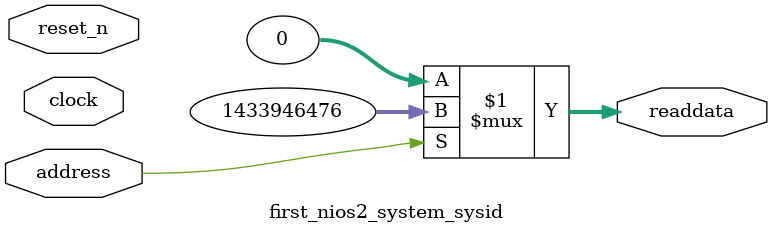
<source format=v>

`timescale 1ns / 1ps
// synthesis translate_on

// turn off superfluous verilog processor warnings 
// altera message_level Level1 
// altera message_off 10034 10035 10036 10037 10230 10240 10030 

module first_nios2_system_sysid (
               // inputs:
                address,
                clock,
                reset_n,

               // outputs:
                readdata
             )
;

  output  [ 31: 0] readdata;
  input            address;
  input            clock;
  input            reset_n;

  wire    [ 31: 0] readdata;
  //control_slave, which is an e_avalon_slave
  assign readdata = address ? 1433946476 : 0;

endmodule




</source>
